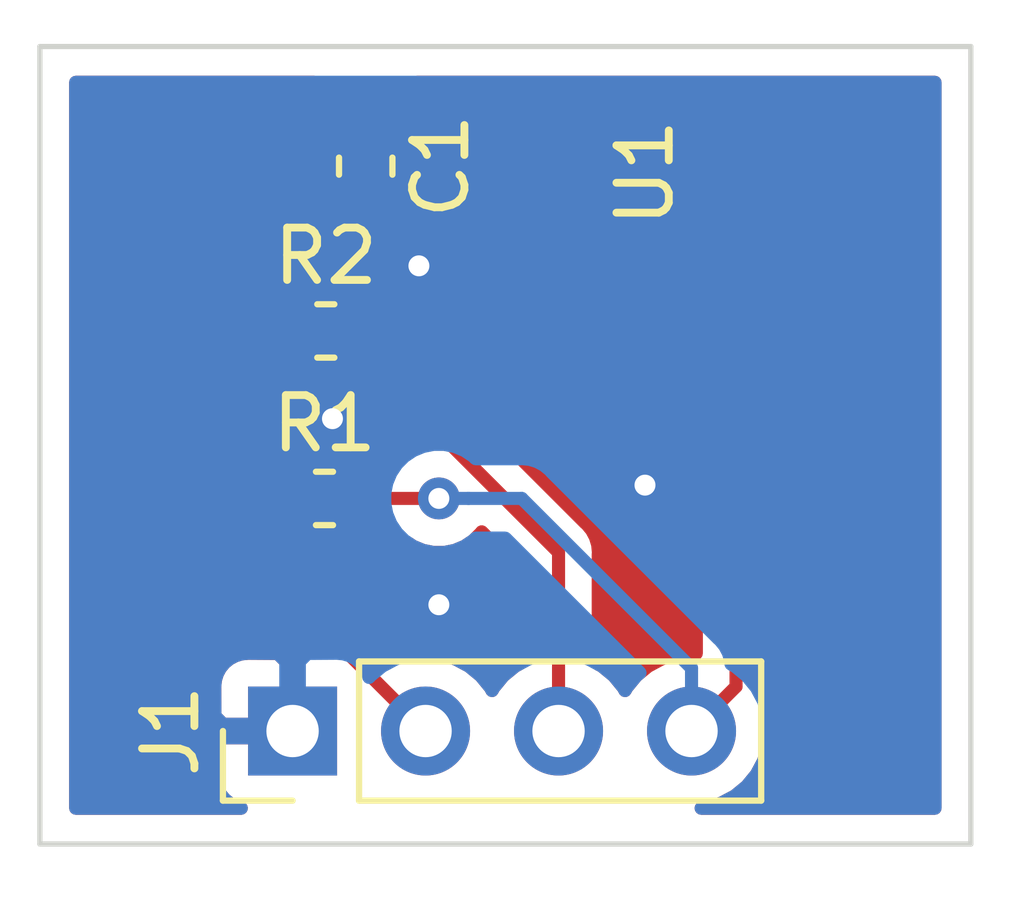
<source format=kicad_pcb>
(kicad_pcb (version 20171130) (host pcbnew "(5.1.4)-1")

  (general
    (thickness 1.6)
    (drawings 4)
    (tracks 31)
    (zones 0)
    (modules 5)
    (nets 7)
  )

  (page A4)
  (layers
    (0 F.Cu signal)
    (31 B.Cu signal)
    (32 B.Adhes user)
    (33 F.Adhes user)
    (34 B.Paste user)
    (35 F.Paste user)
    (36 B.SilkS user)
    (37 F.SilkS user)
    (38 B.Mask user)
    (39 F.Mask user)
    (40 Dwgs.User user)
    (41 Cmts.User user)
    (42 Eco1.User user)
    (43 Eco2.User user)
    (44 Edge.Cuts user)
    (45 Margin user)
    (46 B.CrtYd user)
    (47 F.CrtYd user)
    (48 B.Fab user)
    (49 F.Fab user)
  )

  (setup
    (last_trace_width 0.25)
    (trace_clearance 0.2)
    (zone_clearance 0.508)
    (zone_45_only no)
    (trace_min 0.2)
    (via_size 0.8)
    (via_drill 0.4)
    (via_min_size 0.4)
    (via_min_drill 0.3)
    (uvia_size 0.3)
    (uvia_drill 0.1)
    (uvias_allowed no)
    (uvia_min_size 0.2)
    (uvia_min_drill 0.1)
    (edge_width 0.05)
    (segment_width 0.2)
    (pcb_text_width 0.3)
    (pcb_text_size 1.5 1.5)
    (mod_edge_width 0.12)
    (mod_text_size 1 1)
    (mod_text_width 0.15)
    (pad_size 1.524 1.524)
    (pad_drill 0.762)
    (pad_to_mask_clearance 0.051)
    (solder_mask_min_width 0.25)
    (aux_axis_origin 0 0)
    (visible_elements 7FFFFFFF)
    (pcbplotparams
      (layerselection 0x010fc_ffffffff)
      (usegerberextensions false)
      (usegerberattributes false)
      (usegerberadvancedattributes false)
      (creategerberjobfile false)
      (excludeedgelayer false)
      (linewidth 0.100000)
      (plotframeref false)
      (viasonmask false)
      (mode 1)
      (useauxorigin true)
      (hpglpennumber 1)
      (hpglpenspeed 20)
      (hpglpendiameter 15.000000)
      (psnegative false)
      (psa4output false)
      (plotreference true)
      (plotvalue true)
      (plotinvisibletext false)
      (padsonsilk false)
      (subtractmaskfromsilk false)
      (outputformat 1)
      (mirror false)
      (drillshape 0)
      (scaleselection 1)
      (outputdirectory "fab/"))
  )

  (net 0 "")
  (net 1 +3V3)
  (net 2 GND)
  (net 3 SDA)
  (net 4 SCL)
  (net 5 "Net-(U1-Pad4)")
  (net 6 "Net-(U1-Pad3)")

  (net_class Default "Ceci est la Netclass par défaut."
    (clearance 0.2)
    (trace_width 0.25)
    (via_dia 0.8)
    (via_drill 0.4)
    (uvia_dia 0.3)
    (uvia_drill 0.1)
    (add_net +3V3)
    (add_net GND)
    (add_net "Net-(U1-Pad3)")
    (add_net "Net-(U1-Pad4)")
    (add_net SCL)
    (add_net SDA)
  )

  (module custom_components:STS21 (layer F.Cu) (tedit 5DD55069) (tstamp 5DD5A82D)
    (at 133.477 82.804 90)
    (path /5DD5BB40)
    (fp_text reference U1 (at 2.921 0.127 90) (layer F.SilkS)
      (effects (font (size 1 1) (thickness 0.15)))
    )
    (fp_text value STS21 (at 0 -3.048 90) (layer F.Fab)
      (effects (font (size 1 1) (thickness 0.15)))
    )
    (pad 7 smd rect (at 0 0 90) (size 2.4 1.5) (layers F.Cu F.Paste F.Mask))
    (pad 5 smd rect (at 0 -1.35 90) (size 0.4 0.6) (layers F.Cu F.Paste F.Mask)
      (net 1 +3V3))
    (pad 4 smd rect (at 1 -1.35 90) (size 0.4 0.6) (layers F.Cu F.Paste F.Mask)
      (net 5 "Net-(U1-Pad4)"))
    (pad 6 smd rect (at -1 -1.35 90) (size 0.4 0.6) (layers F.Cu F.Paste F.Mask)
      (net 4 SCL))
    (pad 3 smd rect (at 1 1.35 90) (size 0.4 0.6) (layers F.Cu F.Paste F.Mask)
      (net 6 "Net-(U1-Pad3)"))
    (pad 2 smd rect (at 0 1.35 90) (size 0.4 0.6) (layers F.Cu F.Paste F.Mask)
      (net 2 GND))
    (pad 1 smd rect (at -1 1.35 90) (size 0.4 0.6) (layers F.Cu F.Paste F.Mask)
      (net 3 SDA))
  )

  (module Resistor_SMD:R_0603_1608Metric (layer F.Cu) (tedit 5B301BBD) (tstamp 5DD5A3AB)
    (at 127.508 82.9055)
    (descr "Resistor SMD 0603 (1608 Metric), square (rectangular) end terminal, IPC_7351 nominal, (Body size source: http://www.tortai-tech.com/upload/download/2011102023233369053.pdf), generated with kicad-footprint-generator")
    (tags resistor)
    (path /5DD532B8)
    (attr smd)
    (fp_text reference R2 (at 0 -1.43) (layer F.SilkS)
      (effects (font (size 1 1) (thickness 0.15)))
    )
    (fp_text value R4.7k (at 0 1.43) (layer F.Fab)
      (effects (font (size 1 1) (thickness 0.15)))
    )
    (fp_text user %R (at 0 0) (layer F.Fab)
      (effects (font (size 0.4 0.4) (thickness 0.06)))
    )
    (fp_line (start 1.48 0.73) (end -1.48 0.73) (layer F.CrtYd) (width 0.05))
    (fp_line (start 1.48 -0.73) (end 1.48 0.73) (layer F.CrtYd) (width 0.05))
    (fp_line (start -1.48 -0.73) (end 1.48 -0.73) (layer F.CrtYd) (width 0.05))
    (fp_line (start -1.48 0.73) (end -1.48 -0.73) (layer F.CrtYd) (width 0.05))
    (fp_line (start -0.162779 0.51) (end 0.162779 0.51) (layer F.SilkS) (width 0.12))
    (fp_line (start -0.162779 -0.51) (end 0.162779 -0.51) (layer F.SilkS) (width 0.12))
    (fp_line (start 0.8 0.4) (end -0.8 0.4) (layer F.Fab) (width 0.1))
    (fp_line (start 0.8 -0.4) (end 0.8 0.4) (layer F.Fab) (width 0.1))
    (fp_line (start -0.8 -0.4) (end 0.8 -0.4) (layer F.Fab) (width 0.1))
    (fp_line (start -0.8 0.4) (end -0.8 -0.4) (layer F.Fab) (width 0.1))
    (pad 2 smd roundrect (at 0.7875 0) (size 0.875 0.95) (layers F.Cu F.Paste F.Mask) (roundrect_rratio 0.25)
      (net 4 SCL))
    (pad 1 smd roundrect (at -0.7875 0) (size 0.875 0.95) (layers F.Cu F.Paste F.Mask) (roundrect_rratio 0.25)
      (net 1 +3V3))
    (model ${KISYS3DMOD}/Resistor_SMD.3dshapes/R_0603_1608Metric.wrl
      (at (xyz 0 0 0))
      (scale (xyz 1 1 1))
      (rotate (xyz 0 0 0))
    )
  )

  (module Resistor_SMD:R_0603_1608Metric (layer F.Cu) (tedit 5B301BBD) (tstamp 5DD5A39A)
    (at 127.4825 86.106)
    (descr "Resistor SMD 0603 (1608 Metric), square (rectangular) end terminal, IPC_7351 nominal, (Body size source: http://www.tortai-tech.com/upload/download/2011102023233369053.pdf), generated with kicad-footprint-generator")
    (tags resistor)
    (path /5DD528E6)
    (attr smd)
    (fp_text reference R1 (at 0 -1.43) (layer F.SilkS)
      (effects (font (size 1 1) (thickness 0.15)))
    )
    (fp_text value R4.7k (at 0 1.43) (layer F.Fab)
      (effects (font (size 1 1) (thickness 0.15)))
    )
    (fp_text user %R (at 0 0) (layer F.Fab)
      (effects (font (size 0.4 0.4) (thickness 0.06)))
    )
    (fp_line (start 1.48 0.73) (end -1.48 0.73) (layer F.CrtYd) (width 0.05))
    (fp_line (start 1.48 -0.73) (end 1.48 0.73) (layer F.CrtYd) (width 0.05))
    (fp_line (start -1.48 -0.73) (end 1.48 -0.73) (layer F.CrtYd) (width 0.05))
    (fp_line (start -1.48 0.73) (end -1.48 -0.73) (layer F.CrtYd) (width 0.05))
    (fp_line (start -0.162779 0.51) (end 0.162779 0.51) (layer F.SilkS) (width 0.12))
    (fp_line (start -0.162779 -0.51) (end 0.162779 -0.51) (layer F.SilkS) (width 0.12))
    (fp_line (start 0.8 0.4) (end -0.8 0.4) (layer F.Fab) (width 0.1))
    (fp_line (start 0.8 -0.4) (end 0.8 0.4) (layer F.Fab) (width 0.1))
    (fp_line (start -0.8 -0.4) (end 0.8 -0.4) (layer F.Fab) (width 0.1))
    (fp_line (start -0.8 0.4) (end -0.8 -0.4) (layer F.Fab) (width 0.1))
    (pad 2 smd roundrect (at 0.7875 0) (size 0.875 0.95) (layers F.Cu F.Paste F.Mask) (roundrect_rratio 0.25)
      (net 3 SDA))
    (pad 1 smd roundrect (at -0.7875 0) (size 0.875 0.95) (layers F.Cu F.Paste F.Mask) (roundrect_rratio 0.25)
      (net 1 +3V3))
    (model ${KISYS3DMOD}/Resistor_SMD.3dshapes/R_0603_1608Metric.wrl
      (at (xyz 0 0 0))
      (scale (xyz 1 1 1))
      (rotate (xyz 0 0 0))
    )
  )

  (module Connector_PinHeader_2.54mm:PinHeader_1x04_P2.54mm_Vertical (layer F.Cu) (tedit 59FED5CC) (tstamp 5DD5A389)
    (at 126.873 90.551 90)
    (descr "Through hole straight pin header, 1x04, 2.54mm pitch, single row")
    (tags "Through hole pin header THT 1x04 2.54mm single row")
    (path /5DD54994)
    (fp_text reference J1 (at 0 -2.33 90) (layer F.SilkS)
      (effects (font (size 1 1) (thickness 0.15)))
    )
    (fp_text value Conn_01x04_Male (at 2.794 3.81 180) (layer F.Fab)
      (effects (font (size 1 1) (thickness 0.15)))
    )
    (fp_text user %R (at 0 3.81) (layer F.Fab)
      (effects (font (size 1 1) (thickness 0.15)))
    )
    (fp_line (start 1.8 -1.8) (end -1.8 -1.8) (layer F.CrtYd) (width 0.05))
    (fp_line (start 1.8 9.4) (end 1.8 -1.8) (layer F.CrtYd) (width 0.05))
    (fp_line (start -1.8 9.4) (end 1.8 9.4) (layer F.CrtYd) (width 0.05))
    (fp_line (start -1.8 -1.8) (end -1.8 9.4) (layer F.CrtYd) (width 0.05))
    (fp_line (start -1.33 -1.33) (end 0 -1.33) (layer F.SilkS) (width 0.12))
    (fp_line (start -1.33 0) (end -1.33 -1.33) (layer F.SilkS) (width 0.12))
    (fp_line (start -1.33 1.27) (end 1.33 1.27) (layer F.SilkS) (width 0.12))
    (fp_line (start 1.33 1.27) (end 1.33 8.95) (layer F.SilkS) (width 0.12))
    (fp_line (start -1.33 1.27) (end -1.33 8.95) (layer F.SilkS) (width 0.12))
    (fp_line (start -1.33 8.95) (end 1.33 8.95) (layer F.SilkS) (width 0.12))
    (fp_line (start -1.27 -0.635) (end -0.635 -1.27) (layer F.Fab) (width 0.1))
    (fp_line (start -1.27 8.89) (end -1.27 -0.635) (layer F.Fab) (width 0.1))
    (fp_line (start 1.27 8.89) (end -1.27 8.89) (layer F.Fab) (width 0.1))
    (fp_line (start 1.27 -1.27) (end 1.27 8.89) (layer F.Fab) (width 0.1))
    (fp_line (start -0.635 -1.27) (end 1.27 -1.27) (layer F.Fab) (width 0.1))
    (pad 4 thru_hole oval (at 0 7.62 90) (size 1.7 1.7) (drill 1) (layers *.Cu *.Mask)
      (net 3 SDA))
    (pad 3 thru_hole oval (at 0 5.08 90) (size 1.7 1.7) (drill 1) (layers *.Cu *.Mask)
      (net 4 SCL))
    (pad 2 thru_hole oval (at 0 2.54 90) (size 1.7 1.7) (drill 1) (layers *.Cu *.Mask)
      (net 1 +3V3))
    (pad 1 thru_hole rect (at 0 0 90) (size 1.7 1.7) (drill 1) (layers *.Cu *.Mask)
      (net 2 GND))
    (model ${KISYS3DMOD}/Connector_PinHeader_2.54mm.3dshapes/PinHeader_1x04_P2.54mm_Vertical.wrl
      (at (xyz 0 0 0))
      (scale (xyz 1 1 1))
      (rotate (xyz 0 0 0))
    )
  )

  (module Capacitor_SMD:C_0603_1608Metric (layer F.Cu) (tedit 5B301BBE) (tstamp 5DD5A803)
    (at 128.27 79.756 270)
    (descr "Capacitor SMD 0603 (1608 Metric), square (rectangular) end terminal, IPC_7351 nominal, (Body size source: http://www.tortai-tech.com/upload/download/2011102023233369053.pdf), generated with kicad-footprint-generator")
    (tags capacitor)
    (path /5DD53837)
    (attr smd)
    (fp_text reference C1 (at 0 -1.43 90) (layer F.SilkS)
      (effects (font (size 1 1) (thickness 0.15)))
    )
    (fp_text value C100nF (at 0 1.43 90) (layer F.Fab)
      (effects (font (size 1 1) (thickness 0.15)))
    )
    (fp_text user %R (at 0 0 90) (layer F.Fab)
      (effects (font (size 0.4 0.4) (thickness 0.06)))
    )
    (fp_line (start 1.48 0.73) (end -1.48 0.73) (layer F.CrtYd) (width 0.05))
    (fp_line (start 1.48 -0.73) (end 1.48 0.73) (layer F.CrtYd) (width 0.05))
    (fp_line (start -1.48 -0.73) (end 1.48 -0.73) (layer F.CrtYd) (width 0.05))
    (fp_line (start -1.48 0.73) (end -1.48 -0.73) (layer F.CrtYd) (width 0.05))
    (fp_line (start -0.162779 0.51) (end 0.162779 0.51) (layer F.SilkS) (width 0.12))
    (fp_line (start -0.162779 -0.51) (end 0.162779 -0.51) (layer F.SilkS) (width 0.12))
    (fp_line (start 0.8 0.4) (end -0.8 0.4) (layer F.Fab) (width 0.1))
    (fp_line (start 0.8 -0.4) (end 0.8 0.4) (layer F.Fab) (width 0.1))
    (fp_line (start -0.8 -0.4) (end 0.8 -0.4) (layer F.Fab) (width 0.1))
    (fp_line (start -0.8 0.4) (end -0.8 -0.4) (layer F.Fab) (width 0.1))
    (pad 2 smd roundrect (at 0.7875 0 270) (size 0.875 0.95) (layers F.Cu F.Paste F.Mask) (roundrect_rratio 0.25)
      (net 1 +3V3))
    (pad 1 smd roundrect (at -0.7875 0 270) (size 0.875 0.95) (layers F.Cu F.Paste F.Mask) (roundrect_rratio 0.25)
      (net 2 GND))
    (model ${KISYS3DMOD}/Capacitor_SMD.3dshapes/C_0603_1608Metric.wrl
      (at (xyz 0 0 0))
      (scale (xyz 1 1 1))
      (rotate (xyz 0 0 0))
    )
  )

  (gr_line (start 122.047 92.71) (end 122.047 77.47) (layer Edge.Cuts) (width 0.1))
  (gr_line (start 139.827 92.71) (end 122.047 92.71) (layer Edge.Cuts) (width 0.1))
  (gr_line (start 139.827 77.47) (end 139.827 92.71) (layer Edge.Cuts) (width 0.1))
  (gr_line (start 122.047 77.47) (end 139.827 77.47) (layer Edge.Cuts) (width 0.1))

  (segment (start 126.695 87.833) (end 129.413 90.551) (width 0.25) (layer F.Cu) (net 1))
  (segment (start 126.695 86.106) (end 126.695 87.833) (width 0.25) (layer F.Cu) (net 1))
  (segment (start 126.695 82.931) (end 126.7205 82.9055) (width 0.25) (layer F.Cu) (net 1))
  (segment (start 126.695 86.106) (end 126.695 82.931) (width 0.25) (layer F.Cu) (net 1))
  (segment (start 128.845 80.5435) (end 128.27 80.5435) (width 0.25) (layer F.Cu) (net 1))
  (segment (start 129.7665 80.5435) (end 128.845 80.5435) (width 0.25) (layer F.Cu) (net 1))
  (segment (start 132.027 82.804) (end 129.7665 80.5435) (width 0.25) (layer F.Cu) (net 1))
  (segment (start 132.127 82.804) (end 132.027 82.804) (width 0.25) (layer F.Cu) (net 1))
  (segment (start 126.7205 81.3055) (end 126.7205 82.9055) (width 0.25) (layer F.Cu) (net 1))
  (segment (start 128.27 80.5435) (end 127.4825 80.5435) (width 0.25) (layer F.Cu) (net 1))
  (segment (start 127.4825 80.5435) (end 126.7205 81.3055) (width 0.25) (layer F.Cu) (net 1))
  (via (at 133.604 85.852) (size 0.8) (drill 0.4) (layers F.Cu B.Cu) (net 2))
  (via (at 127.635 84.582) (size 0.8) (drill 0.4) (layers F.Cu B.Cu) (net 2))
  (via (at 129.667 88.138) (size 0.8) (drill 0.4) (layers F.Cu B.Cu) (net 2))
  (via (at 129.286 81.661) (size 0.8) (drill 0.4) (layers F.Cu B.Cu) (net 2))
  (via (at 129.667 86.106) (size 0.8) (drill 0.4) (layers F.Cu B.Cu) (net 3))
  (segment (start 134.927 83.804) (end 134.827 83.804) (width 0.25) (layer F.Cu) (net 3))
  (segment (start 135.342999 89.701001) (end 135.342999 84.319999) (width 0.25) (layer F.Cu) (net 3))
  (segment (start 134.493 90.551) (end 135.342999 89.701001) (width 0.25) (layer F.Cu) (net 3))
  (segment (start 130.232685 86.106) (end 129.667 86.106) (width 0.25) (layer B.Cu) (net 3))
  (segment (start 131.250081 86.106) (end 130.232685 86.106) (width 0.25) (layer B.Cu) (net 3))
  (segment (start 134.493 89.348919) (end 131.250081 86.106) (width 0.25) (layer B.Cu) (net 3))
  (segment (start 134.493 90.551) (end 134.493 89.348919) (width 0.25) (layer B.Cu) (net 3))
  (segment (start 128.27 86.106) (end 129.667 86.106) (width 0.25) (layer F.Cu) (net 3))
  (segment (start 135.342999 84.319999) (end 134.827 83.804) (width 0.25) (layer F.Cu) (net 3))
  (segment (start 131.953 87.138) (end 131.953 90.551) (width 0.25) (layer F.Cu) (net 4))
  (segment (start 128.2955 82.9055) (end 128.2955 83.4805) (width 0.25) (layer F.Cu) (net 4))
  (segment (start 128.2955 83.4805) (end 131.953 87.138) (width 0.25) (layer F.Cu) (net 4))
  (segment (start 128.2955 82.9055) (end 130.4035 82.9055) (width 0.25) (layer F.Cu) (net 4))
  (segment (start 131.302 83.804) (end 132.127 83.804) (width 0.25) (layer F.Cu) (net 4))
  (segment (start 130.4035 82.9055) (end 131.302 83.804) (width 0.25) (layer F.Cu) (net 4))

  (zone (net 2) (net_name GND) (layer F.Cu) (tstamp 5EBD4E91) (hatch edge 0.508)
    (connect_pads (clearance 0.508))
    (min_thickness 0.254)
    (fill yes (arc_segments 32) (thermal_gap 0.508) (thermal_bridge_width 0.508))
    (polygon
      (pts
        (xy 121.666 76.962) (xy 140.335 76.962) (xy 140.335 93.599) (xy 121.666 93.599) (xy 121.666 93.472)
      )
    )
    (filled_polygon
      (pts
        (xy 127.264463 78.176506) (xy 127.205498 78.28682) (xy 127.169188 78.406518) (xy 127.156928 78.531) (xy 127.16 78.68275)
        (xy 127.31875 78.8415) (xy 128.143 78.8415) (xy 128.143 78.8215) (xy 128.397 78.8215) (xy 128.397 78.8415)
        (xy 129.22125 78.8415) (xy 129.38 78.68275) (xy 129.383072 78.531) (xy 129.370812 78.406518) (xy 129.334502 78.28682)
        (xy 129.275537 78.176506) (xy 129.257888 78.155) (xy 139.142 78.155) (xy 139.142001 92.025) (xy 134.677635 92.025)
        (xy 134.784111 92.014513) (xy 135.064034 91.929599) (xy 135.322014 91.791706) (xy 135.548134 91.606134) (xy 135.733706 91.380014)
        (xy 135.871599 91.122034) (xy 135.956513 90.842111) (xy 135.985185 90.551) (xy 135.956513 90.259889) (xy 135.932491 90.180698)
        (xy 135.977973 90.125278) (xy 136.048545 89.993248) (xy 136.052574 89.979966) (xy 136.092002 89.849987) (xy 136.102999 89.738334)
        (xy 136.102999 89.738325) (xy 136.106675 89.701002) (xy 136.102999 89.663679) (xy 136.102999 84.357324) (xy 136.106675 84.319999)
        (xy 136.102999 84.282674) (xy 136.102999 84.282666) (xy 136.092002 84.171013) (xy 136.048545 84.027752) (xy 135.977973 83.895723)
        (xy 135.883 83.779998) (xy 135.854001 83.756199) (xy 135.765072 83.66727) (xy 135.765072 83.604) (xy 135.752812 83.479518)
        (xy 135.716502 83.35982) (xy 135.686771 83.304199) (xy 135.710032 83.263249) (xy 135.749406 83.144524) (xy 135.762 83.03575)
        (xy 135.60325 82.877) (xy 134.954 82.877) (xy 134.954 82.951) (xy 134.865072 82.951) (xy 134.865072 82.657)
        (xy 134.954 82.657) (xy 134.954 82.731) (xy 135.60325 82.731) (xy 135.762 82.57225) (xy 135.749406 82.463476)
        (xy 135.710032 82.344751) (xy 135.686771 82.303801) (xy 135.716502 82.24818) (xy 135.752812 82.128482) (xy 135.765072 82.004)
        (xy 135.765072 81.604) (xy 135.752812 81.479518) (xy 135.716502 81.35982) (xy 135.657537 81.249506) (xy 135.578185 81.152815)
        (xy 135.481494 81.073463) (xy 135.37118 81.014498) (xy 135.251482 80.978188) (xy 135.127 80.965928) (xy 134.527 80.965928)
        (xy 134.402518 80.978188) (xy 134.377 80.985929) (xy 134.351482 80.978188) (xy 134.227 80.965928) (xy 132.727 80.965928)
        (xy 132.602518 80.978188) (xy 132.577 80.985929) (xy 132.551482 80.978188) (xy 132.427 80.965928) (xy 131.827 80.965928)
        (xy 131.702518 80.978188) (xy 131.58282 81.014498) (xy 131.472506 81.073463) (xy 131.416899 81.119098) (xy 130.330304 80.032503)
        (xy 130.306501 80.003499) (xy 130.190776 79.908526) (xy 130.058747 79.837954) (xy 129.915486 79.794497) (xy 129.803833 79.7835)
        (xy 129.803822 79.7835) (xy 129.7665 79.779824) (xy 129.729178 79.7835) (xy 129.256657 79.7835) (xy 129.275537 79.760494)
        (xy 129.334502 79.65018) (xy 129.370812 79.530482) (xy 129.383072 79.406) (xy 129.38 79.25425) (xy 129.22125 79.0955)
        (xy 128.397 79.0955) (xy 128.397 79.1155) (xy 128.143 79.1155) (xy 128.143 79.0955) (xy 127.31875 79.0955)
        (xy 127.16 79.25425) (xy 127.156928 79.406) (xy 127.169188 79.530482) (xy 127.205498 79.65018) (xy 127.264463 79.760494)
        (xy 127.30057 79.80449) (xy 127.190253 79.837954) (xy 127.058224 79.908526) (xy 126.942499 80.003499) (xy 126.918701 80.032498)
        (xy 126.209502 80.741697) (xy 126.180499 80.765499) (xy 126.125371 80.832674) (xy 126.085526 80.881224) (xy 126.039263 80.967776)
        (xy 126.014954 81.013254) (xy 125.971497 81.156515) (xy 125.9605 81.268168) (xy 125.9605 81.268178) (xy 125.956824 81.3055)
        (xy 125.9605 81.342823) (xy 125.9605 81.990357) (xy 125.895885 82.043385) (xy 125.789329 82.173225) (xy 125.71015 82.321358)
        (xy 125.661392 82.482092) (xy 125.644928 82.64925) (xy 125.644928 83.16175) (xy 125.661392 83.328908) (xy 125.71015 83.489642)
        (xy 125.789329 83.637775) (xy 125.895885 83.767615) (xy 125.935001 83.799716) (xy 125.935 85.190857) (xy 125.870385 85.243885)
        (xy 125.763829 85.373725) (xy 125.68465 85.521858) (xy 125.635892 85.682592) (xy 125.619428 85.84975) (xy 125.619428 86.36225)
        (xy 125.635892 86.529408) (xy 125.68465 86.690142) (xy 125.763829 86.838275) (xy 125.870385 86.968115) (xy 125.935001 87.021143)
        (xy 125.935001 87.795668) (xy 125.931324 87.833) (xy 125.945998 87.981985) (xy 125.989454 88.125246) (xy 126.060026 88.257276)
        (xy 126.131201 88.344002) (xy 126.155 88.373001) (xy 126.183998 88.396799) (xy 126.853198 89.066) (xy 126.745998 89.066)
        (xy 126.745998 89.224748) (xy 126.58725 89.066) (xy 126.023 89.062928) (xy 125.898518 89.075188) (xy 125.77882 89.111498)
        (xy 125.668506 89.170463) (xy 125.571815 89.249815) (xy 125.492463 89.346506) (xy 125.433498 89.45682) (xy 125.397188 89.576518)
        (xy 125.384928 89.701) (xy 125.388 90.26525) (xy 125.54675 90.424) (xy 126.746 90.424) (xy 126.746 90.404)
        (xy 127 90.404) (xy 127 90.424) (xy 127.02 90.424) (xy 127.02 90.678) (xy 127 90.678)
        (xy 127 90.698) (xy 126.746 90.698) (xy 126.746 90.678) (xy 125.54675 90.678) (xy 125.388 90.83675)
        (xy 125.384928 91.401) (xy 125.397188 91.525482) (xy 125.433498 91.64518) (xy 125.492463 91.755494) (xy 125.571815 91.852185)
        (xy 125.668506 91.931537) (xy 125.77882 91.990502) (xy 125.892545 92.025) (xy 122.732 92.025) (xy 122.732 78.155)
        (xy 127.282112 78.155)
      )
    )
    (filled_polygon
      (pts
        (xy 131.193 87.452802) (xy 131.193001 89.273405) (xy 131.123986 89.310294) (xy 130.897866 89.495866) (xy 130.712294 89.721986)
        (xy 130.683 89.776791) (xy 130.653706 89.721986) (xy 130.468134 89.495866) (xy 130.242014 89.310294) (xy 129.984034 89.172401)
        (xy 129.704111 89.087487) (xy 129.48595 89.066) (xy 129.34005 89.066) (xy 129.121889 89.087487) (xy 129.047005 89.110203)
        (xy 127.455 87.518199) (xy 127.455 87.021143) (xy 127.4825 86.998574) (xy 127.575225 87.074671) (xy 127.723358 87.15385)
        (xy 127.884092 87.202608) (xy 128.05125 87.219072) (xy 128.48875 87.219072) (xy 128.655908 87.202608) (xy 128.816642 87.15385)
        (xy 128.964775 87.074671) (xy 129.094472 86.968233) (xy 129.176744 87.023205) (xy 129.365102 87.101226) (xy 129.565061 87.141)
        (xy 129.768939 87.141) (xy 129.968898 87.101226) (xy 130.157256 87.023205) (xy 130.326774 86.909937) (xy 130.470937 86.765774)
        (xy 130.48497 86.744772)
      )
    )
    (filled_polygon
      (pts
        (xy 130.7382 84.315002) (xy 130.761999 84.344001) (xy 130.790997 84.367799) (xy 130.877723 84.438974) (xy 131.009753 84.509546)
        (xy 131.153014 84.553003) (xy 131.264667 84.564) (xy 131.264677 84.564) (xy 131.302 84.567676) (xy 131.339323 84.564)
        (xy 131.527627 84.564) (xy 131.58282 84.593502) (xy 131.702518 84.629812) (xy 131.827 84.642072) (xy 132.427 84.642072)
        (xy 132.551482 84.629812) (xy 132.577 84.622071) (xy 132.602518 84.629812) (xy 132.727 84.642072) (xy 134.227 84.642072)
        (xy 134.351482 84.629812) (xy 134.377 84.622071) (xy 134.402518 84.629812) (xy 134.527 84.642072) (xy 134.583 84.642072)
        (xy 134.582999 89.067679) (xy 134.56595 89.066) (xy 134.42005 89.066) (xy 134.201889 89.087487) (xy 133.921966 89.172401)
        (xy 133.663986 89.310294) (xy 133.437866 89.495866) (xy 133.252294 89.721986) (xy 133.223 89.776791) (xy 133.193706 89.721986)
        (xy 133.008134 89.495866) (xy 132.782014 89.310294) (xy 132.713 89.273405) (xy 132.713 87.175322) (xy 132.716676 87.137999)
        (xy 132.713 87.100676) (xy 132.713 87.100667) (xy 132.702003 86.989014) (xy 132.658546 86.845753) (xy 132.587975 86.713725)
        (xy 132.587974 86.713723) (xy 132.516799 86.626997) (xy 132.493001 86.597999) (xy 132.464004 86.574202) (xy 129.555301 83.6655)
        (xy 130.088699 83.6655)
      )
    )
    (filled_polygon
      (pts
        (xy 127.600725 83.874171) (xy 127.662514 83.907198) (xy 127.731701 83.991502) (xy 127.7555 84.020501) (xy 127.784498 84.044299)
        (xy 128.790383 85.050185) (xy 128.655908 85.009392) (xy 128.48875 84.992928) (xy 128.05125 84.992928) (xy 127.884092 85.009392)
        (xy 127.723358 85.05815) (xy 127.575225 85.137329) (xy 127.4825 85.213426) (xy 127.455 85.190857) (xy 127.455 83.84157)
        (xy 127.508 83.798074)
      )
    )
    (filled_polygon
      (pts
        (xy 130.293699 82.1455) (xy 129.203918 82.1455) (xy 129.120115 82.043385) (xy 128.990275 81.936829) (xy 128.842142 81.85765)
        (xy 128.681408 81.808892) (xy 128.51425 81.792428) (xy 128.07675 81.792428) (xy 127.909592 81.808892) (xy 127.748858 81.85765)
        (xy 127.600725 81.936829) (xy 127.508 82.012926) (xy 127.4805 81.990357) (xy 127.4805 81.620301) (xy 127.595336 81.505465)
        (xy 127.685858 81.55385) (xy 127.846592 81.602608) (xy 128.01375 81.619072) (xy 128.52625 81.619072) (xy 128.693408 81.602608)
        (xy 128.854142 81.55385) (xy 129.002275 81.474671) (xy 129.132115 81.368115) (xy 129.185143 81.3035) (xy 129.451699 81.3035)
      )
    )
  )
  (zone (net 2) (net_name GND) (layer B.Cu) (tstamp 5EBD4E8E) (hatch edge 0.508)
    (connect_pads (clearance 0.508))
    (min_thickness 0.254)
    (fill yes (arc_segments 32) (thermal_gap 0.508) (thermal_bridge_width 0.508))
    (polygon
      (pts
        (xy 121.285 76.581) (xy 140.843 76.581) (xy 140.843 94.107) (xy 121.285 94.107)
      )
    )
    (filled_polygon
      (pts
        (xy 139.142001 92.025) (xy 134.677635 92.025) (xy 134.784111 92.014513) (xy 135.064034 91.929599) (xy 135.322014 91.791706)
        (xy 135.548134 91.606134) (xy 135.733706 91.380014) (xy 135.871599 91.122034) (xy 135.956513 90.842111) (xy 135.985185 90.551)
        (xy 135.956513 90.259889) (xy 135.871599 89.979966) (xy 135.733706 89.721986) (xy 135.548134 89.495866) (xy 135.322014 89.310294)
        (xy 135.249031 89.271284) (xy 135.242003 89.199933) (xy 135.198546 89.056672) (xy 135.127974 88.924642) (xy 135.056799 88.837916)
        (xy 135.033001 88.808918) (xy 135.004003 88.78512) (xy 131.813885 85.595003) (xy 131.790082 85.565999) (xy 131.674357 85.471026)
        (xy 131.542328 85.400454) (xy 131.399067 85.356997) (xy 131.287414 85.346) (xy 131.287403 85.346) (xy 131.250081 85.342324)
        (xy 131.212759 85.346) (xy 130.370711 85.346) (xy 130.326774 85.302063) (xy 130.157256 85.188795) (xy 129.968898 85.110774)
        (xy 129.768939 85.071) (xy 129.565061 85.071) (xy 129.365102 85.110774) (xy 129.176744 85.188795) (xy 129.007226 85.302063)
        (xy 128.863063 85.446226) (xy 128.749795 85.615744) (xy 128.671774 85.804102) (xy 128.632 86.004061) (xy 128.632 86.207939)
        (xy 128.671774 86.407898) (xy 128.749795 86.596256) (xy 128.863063 86.765774) (xy 129.007226 86.909937) (xy 129.176744 87.023205)
        (xy 129.365102 87.101226) (xy 129.565061 87.141) (xy 129.768939 87.141) (xy 129.968898 87.101226) (xy 130.157256 87.023205)
        (xy 130.326774 86.909937) (xy 130.370711 86.866) (xy 130.93528 86.866) (xy 133.507774 89.438494) (xy 133.437866 89.495866)
        (xy 133.252294 89.721986) (xy 133.223 89.776791) (xy 133.193706 89.721986) (xy 133.008134 89.495866) (xy 132.782014 89.310294)
        (xy 132.524034 89.172401) (xy 132.244111 89.087487) (xy 132.02595 89.066) (xy 131.88005 89.066) (xy 131.661889 89.087487)
        (xy 131.381966 89.172401) (xy 131.123986 89.310294) (xy 130.897866 89.495866) (xy 130.712294 89.721986) (xy 130.683 89.776791)
        (xy 130.653706 89.721986) (xy 130.468134 89.495866) (xy 130.242014 89.310294) (xy 129.984034 89.172401) (xy 129.704111 89.087487)
        (xy 129.48595 89.066) (xy 129.34005 89.066) (xy 129.121889 89.087487) (xy 128.841966 89.172401) (xy 128.583986 89.310294)
        (xy 128.357866 89.495866) (xy 128.333393 89.525687) (xy 128.312502 89.45682) (xy 128.253537 89.346506) (xy 128.174185 89.249815)
        (xy 128.077494 89.170463) (xy 127.96718 89.111498) (xy 127.847482 89.075188) (xy 127.723 89.062928) (xy 127.15875 89.066)
        (xy 127 89.22475) (xy 127 90.424) (xy 127.02 90.424) (xy 127.02 90.678) (xy 127 90.678)
        (xy 127 90.698) (xy 126.746 90.698) (xy 126.746 90.678) (xy 125.54675 90.678) (xy 125.388 90.83675)
        (xy 125.384928 91.401) (xy 125.397188 91.525482) (xy 125.433498 91.64518) (xy 125.492463 91.755494) (xy 125.571815 91.852185)
        (xy 125.668506 91.931537) (xy 125.77882 91.990502) (xy 125.892545 92.025) (xy 122.732 92.025) (xy 122.732 89.701)
        (xy 125.384928 89.701) (xy 125.388 90.26525) (xy 125.54675 90.424) (xy 126.746 90.424) (xy 126.746 89.22475)
        (xy 126.58725 89.066) (xy 126.023 89.062928) (xy 125.898518 89.075188) (xy 125.77882 89.111498) (xy 125.668506 89.170463)
        (xy 125.571815 89.249815) (xy 125.492463 89.346506) (xy 125.433498 89.45682) (xy 125.397188 89.576518) (xy 125.384928 89.701)
        (xy 122.732 89.701) (xy 122.732 78.155) (xy 139.142 78.155)
      )
    )
  )
)

</source>
